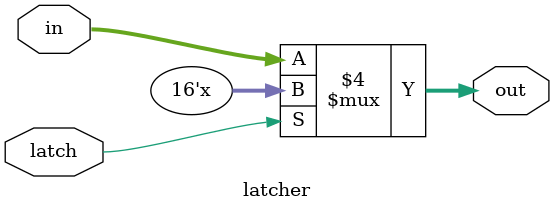
<source format=v>
module latcher(
  latch,
  in,
  out
);

input latch;
input [15:0] in;
output [15:0] out;

reg [15:0] out;

initial out<=0;

always @(*) begin
  if(~latch)
    out<=in;
end

endmodule // 
</source>
